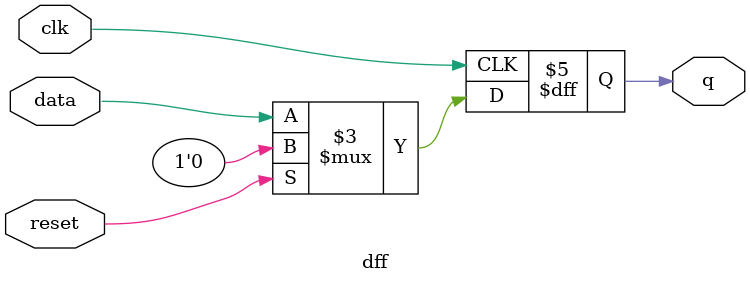
<source format=sv>
module dff(input clk,data,reset, output reg q);

always @(posedge clk)
    
if(reset)begin
q<=1'b0;
end
else begin
q<=data;
end
  
endmodule

</source>
